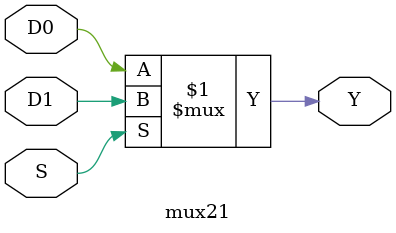
<source format=v>

module mux21(S, D0, D1, Y);

    input S; 
    input D0; 
    input D1;
    output Y;

    assign Y = S ? D1 : D0 ; 

endmodule

</source>
